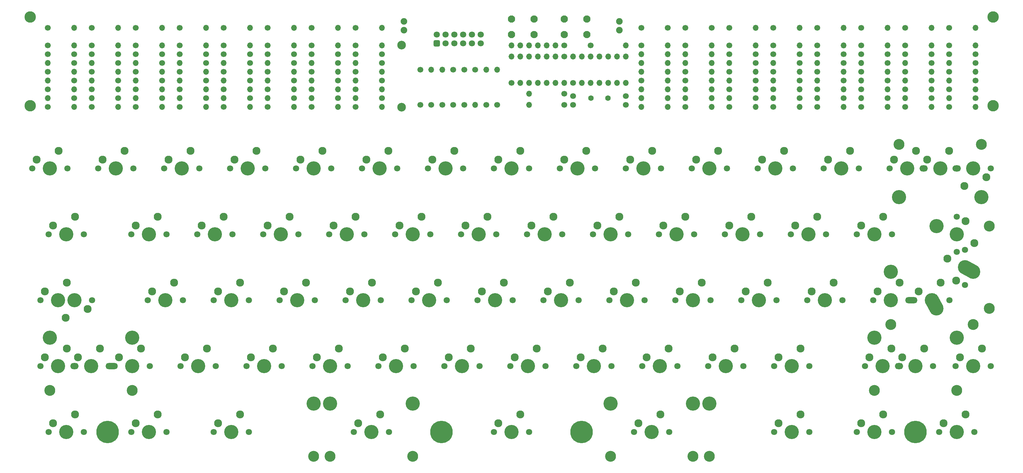
<source format=gbs>
G04 #@! TF.GenerationSoftware,KiCad,Pcbnew,6.0.0*
G04 #@! TF.CreationDate,2022-01-16T18:24:25+13:00*
G04 #@! TF.ProjectId,segment_60_PCB,7365676d-656e-4745-9f36-305f5043422e,1.0.0*
G04 #@! TF.SameCoordinates,Original*
G04 #@! TF.FileFunction,Soldermask,Bot*
G04 #@! TF.FilePolarity,Negative*
%FSLAX46Y46*%
G04 Gerber Fmt 4.6, Leading zero omitted, Abs format (unit mm)*
G04 Created by KiCad (PCBNEW 6.0.0) date 2022-01-16 18:24:25*
%MOMM*%
%LPD*%
G01*
G04 APERTURE LIST*
G04 Aperture macros list*
%AMRoundRect*
0 Rectangle with rounded corners*
0 $1 Rounding radius*
0 $2 $3 $4 $5 $6 $7 $8 $9 X,Y pos of 4 corners*
0 Add a 4 corners polygon primitive as box body*
4,1,4,$2,$3,$4,$5,$6,$7,$8,$9,$2,$3,0*
0 Add four circle primitives for the rounded corners*
1,1,$1+$1,$2,$3*
1,1,$1+$1,$4,$5*
1,1,$1+$1,$6,$7*
1,1,$1+$1,$8,$9*
0 Add four rect primitives between the rounded corners*
20,1,$1+$1,$2,$3,$4,$5,0*
20,1,$1+$1,$4,$5,$6,$7,0*
20,1,$1+$1,$6,$7,$8,$9,0*
20,1,$1+$1,$8,$9,$2,$3,0*%
%AMHorizOval*
0 Thick line with rounded ends*
0 $1 width*
0 $2 $3 position (X,Y) of the first rounded end (center of the circle)*
0 $4 $5 position (X,Y) of the second rounded end (center of the circle)*
0 Add line between two ends*
20,1,$1,$2,$3,$4,$5,0*
0 Add two circle primitives to create the rounded ends*
1,1,$1,$2,$3*
1,1,$1,$4,$5*%
G04 Aperture macros list end*
%ADD10C,1.800000*%
%ADD11C,4.100000*%
%ADD12C,2.300000*%
%ADD13C,3.150000*%
%ADD14O,3.546250X1.800000*%
%ADD15O,2.435000X1.800000*%
%ADD16O,3.540000X1.800000*%
%ADD17RoundRect,0.299900X0.600100X-0.600100X0.600100X0.600100X-0.600100X0.600100X-0.600100X-0.600100X0*%
%ADD18C,2.500000*%
%ADD19HorizOval,2.500000X0.000000X0.000000X0.000000X0.000000X0*%
%ADD20C,1.700000*%
%ADD21O,1.700000X1.700000*%
%ADD22HorizOval,1.700000X0.000000X0.000000X0.000000X0.000000X0*%
%ADD23HorizOval,1.700000X0.000000X0.000000X0.000000X0.000000X0*%
%ADD24HorizOval,1.700000X0.000000X0.000000X0.000000X0.000000X0*%
%ADD25HorizOval,1.700000X0.000000X0.000000X0.000000X0.000000X0*%
%ADD26C,2.100000*%
%ADD27C,1.600000*%
%ADD28C,1.900000*%
%ADD29C,3.300000*%
%ADD30C,6.500000*%
%ADD31HorizOval,4.100000X1.187675X-0.642174X-1.187675X0.642174X0*%
%ADD32HorizOval,4.100000X0.642174X-1.187675X-0.642174X1.187675X0*%
%ADD33C,3.149999*%
G04 APERTURE END LIST*
D10*
X357505000Y-193675000D03*
X347345000Y-193675000D03*
D11*
X352425000Y-193675000D03*
D12*
X348615000Y-191135000D03*
X354965000Y-188595000D03*
D10*
X109220000Y-155575000D03*
D11*
X114300000Y-155575000D03*
D10*
X119380000Y-155575000D03*
D12*
X110490000Y-153035000D03*
X116840000Y-150495000D03*
D11*
X352418750Y-166385000D03*
D13*
X352418750Y-181625000D03*
D10*
X345598750Y-174625000D03*
D14*
X334565625Y-174625000D03*
D10*
X323532500Y-174625000D03*
D13*
X328618750Y-181625000D03*
D11*
X328612500Y-174625000D03*
X328618750Y-166385000D03*
X340518750Y-174625000D03*
D12*
X336708750Y-172085000D03*
X324802500Y-172085000D03*
X343058750Y-169545000D03*
X331152500Y-169545000D03*
D10*
X219392500Y-174625000D03*
D11*
X214312500Y-174625000D03*
D10*
X209232500Y-174625000D03*
D12*
X210502500Y-172085000D03*
X216852500Y-169545000D03*
D10*
X266382500Y-174625000D03*
D11*
X271462500Y-174625000D03*
D10*
X276542500Y-174625000D03*
D12*
X267652500Y-172085000D03*
X274002500Y-169545000D03*
D10*
X214630000Y-155575000D03*
D11*
X209550000Y-155575000D03*
D10*
X204470000Y-155575000D03*
D12*
X205740000Y-153035000D03*
X212090000Y-150495000D03*
D10*
X147955000Y-136525000D03*
X137795000Y-136525000D03*
D11*
X142875000Y-136525000D03*
D12*
X139065000Y-133985000D03*
X145415000Y-131445000D03*
D11*
X109537500Y-193675000D03*
D10*
X104457500Y-193675000D03*
X114617500Y-193675000D03*
D12*
X105727500Y-191135000D03*
X112077500Y-188595000D03*
D13*
X247656250Y-219725000D03*
D10*
X264636250Y-212725000D03*
X254476250Y-212725000D03*
D11*
X247656250Y-204485000D03*
X271456250Y-204485000D03*
D13*
X271456250Y-219725000D03*
D11*
X259556250Y-212725000D03*
D12*
X255746250Y-210185000D03*
X262096250Y-207645000D03*
D10*
X280670000Y-155575000D03*
X290830000Y-155575000D03*
D11*
X285750000Y-155575000D03*
D12*
X281940000Y-153035000D03*
X288290000Y-150495000D03*
D10*
X128905000Y-136525000D03*
X118745000Y-136525000D03*
D11*
X123825000Y-136525000D03*
D12*
X120015000Y-133985000D03*
X126365000Y-131445000D03*
D11*
X176212500Y-174625000D03*
D10*
X181292500Y-174625000D03*
X171132500Y-174625000D03*
D12*
X172402500Y-172085000D03*
X178752500Y-169545000D03*
D11*
X185737500Y-193675000D03*
D10*
X180657500Y-193675000D03*
X190817500Y-193675000D03*
D12*
X181927500Y-191135000D03*
X188277500Y-188595000D03*
D10*
X342582500Y-212725000D03*
D11*
X347662500Y-212725000D03*
D10*
X352742500Y-212725000D03*
D12*
X343852500Y-210185000D03*
X350202500Y-207645000D03*
D11*
X166687500Y-193675000D03*
D10*
X161607500Y-193675000D03*
X171767500Y-193675000D03*
D12*
X162877500Y-191135000D03*
X169227500Y-188595000D03*
D10*
X340836250Y-193675000D03*
X321151250Y-193675000D03*
D11*
X323856250Y-185435000D03*
X347656250Y-185435000D03*
X335756250Y-193675000D03*
D15*
X330993750Y-193675000D03*
D13*
X323856250Y-200675000D03*
D11*
X326231250Y-193675000D03*
D13*
X347656250Y-200675000D03*
D12*
X322421250Y-191135000D03*
X331946250Y-191135000D03*
X328771250Y-188595000D03*
X338296250Y-188595000D03*
D11*
X114300000Y-212725000D03*
D10*
X119380000Y-212725000D03*
X109220000Y-212725000D03*
D12*
X110490000Y-210185000D03*
X116840000Y-207645000D03*
D10*
X305117500Y-193675000D03*
X294957500Y-193675000D03*
D11*
X300037500Y-193675000D03*
D12*
X296227500Y-191135000D03*
X302577500Y-188595000D03*
D10*
X328930000Y-212725000D03*
D11*
X323850000Y-212725000D03*
D10*
X318770000Y-212725000D03*
D12*
X320040000Y-210185000D03*
X326390000Y-207645000D03*
D10*
X143192500Y-212725000D03*
X133032500Y-212725000D03*
D11*
X138112500Y-212725000D03*
D12*
X134302500Y-210185000D03*
X140652500Y-207645000D03*
D11*
X90487500Y-155575000D03*
D10*
X85407500Y-155575000D03*
X95567500Y-155575000D03*
D12*
X86677500Y-153035000D03*
X93027500Y-150495000D03*
D10*
X295592500Y-174625000D03*
X285432500Y-174625000D03*
D11*
X290512500Y-174625000D03*
D12*
X286702500Y-172085000D03*
X293052500Y-169545000D03*
D10*
X247967500Y-193675000D03*
D11*
X242887500Y-193675000D03*
D10*
X237807500Y-193675000D03*
D12*
X239077500Y-191135000D03*
X245427500Y-188595000D03*
D10*
X271145000Y-136525000D03*
X281305000Y-136525000D03*
D11*
X276225000Y-136525000D03*
D12*
X272415000Y-133985000D03*
X278765000Y-131445000D03*
D10*
X213995000Y-136525000D03*
D11*
X219075000Y-136525000D03*
D10*
X224155000Y-136525000D03*
D12*
X215265000Y-133985000D03*
X221615000Y-131445000D03*
D10*
X233680000Y-155575000D03*
D11*
X228600000Y-155575000D03*
D10*
X223520000Y-155575000D03*
D12*
X224790000Y-153035000D03*
X231140000Y-150495000D03*
D10*
X275907500Y-193675000D03*
X286067500Y-193675000D03*
D11*
X280987500Y-193675000D03*
D12*
X277177500Y-191135000D03*
X283527500Y-188595000D03*
D10*
X318770000Y-155575000D03*
X328930000Y-155575000D03*
D11*
X323850000Y-155575000D03*
D12*
X320040000Y-153035000D03*
X326390000Y-150495000D03*
D11*
X300037500Y-212725000D03*
D10*
X305117500Y-212725000D03*
X294957500Y-212725000D03*
D12*
X296227500Y-210185000D03*
X302577500Y-207645000D03*
D10*
X113982500Y-174625000D03*
D11*
X119062500Y-174625000D03*
D10*
X124142500Y-174625000D03*
D12*
X115252500Y-172085000D03*
X121602500Y-169545000D03*
D10*
X152082500Y-174625000D03*
X162242500Y-174625000D03*
D11*
X157162500Y-174625000D03*
D12*
X153352500Y-172085000D03*
X159702500Y-169545000D03*
D10*
X167005000Y-136525000D03*
X156845000Y-136525000D03*
D11*
X161925000Y-136525000D03*
D12*
X158115000Y-133985000D03*
X164465000Y-131445000D03*
D10*
X304482500Y-174625000D03*
D11*
X309562500Y-174625000D03*
D10*
X314642500Y-174625000D03*
D12*
X305752500Y-172085000D03*
X312102500Y-169545000D03*
D11*
X257175000Y-136525000D03*
D10*
X252095000Y-136525000D03*
X262255000Y-136525000D03*
D12*
X253365000Y-133985000D03*
X259715000Y-131445000D03*
D11*
X171450000Y-155575000D03*
D10*
X176530000Y-155575000D03*
X166370000Y-155575000D03*
D12*
X167640000Y-153035000D03*
X173990000Y-150495000D03*
D10*
X209867500Y-193675000D03*
D11*
X204787500Y-193675000D03*
D10*
X199707500Y-193675000D03*
D12*
X200977500Y-191135000D03*
X207327500Y-188595000D03*
D10*
X267017500Y-193675000D03*
D11*
X261937500Y-193675000D03*
D10*
X256857500Y-193675000D03*
D12*
X258127500Y-191135000D03*
X264477500Y-188595000D03*
D11*
X104775000Y-136525000D03*
D10*
X109855000Y-136525000D03*
X99695000Y-136525000D03*
D12*
X100965000Y-133985000D03*
X107315000Y-131445000D03*
D11*
X138112500Y-174625000D03*
D10*
X133032500Y-174625000D03*
X143192500Y-174625000D03*
D12*
X134302500Y-172085000D03*
X140652500Y-169545000D03*
D10*
X257492500Y-174625000D03*
D11*
X252412500Y-174625000D03*
D10*
X247332500Y-174625000D03*
D12*
X248602500Y-172085000D03*
X254952500Y-169545000D03*
D11*
X128587500Y-193675000D03*
D10*
X123507500Y-193675000D03*
X133667500Y-193675000D03*
D12*
X124777500Y-191135000D03*
X131127500Y-188595000D03*
D10*
X252730000Y-155575000D03*
X242570000Y-155575000D03*
D11*
X247650000Y-155575000D03*
D12*
X243840000Y-153035000D03*
X250190000Y-150495000D03*
D10*
X261620000Y-155575000D03*
X271780000Y-155575000D03*
D11*
X266700000Y-155575000D03*
D12*
X262890000Y-153035000D03*
X269240000Y-150495000D03*
D11*
X152400000Y-155575000D03*
D10*
X147320000Y-155575000D03*
X157480000Y-155575000D03*
D12*
X148590000Y-153035000D03*
X154940000Y-150495000D03*
D10*
X195580000Y-155575000D03*
X185420000Y-155575000D03*
D11*
X190500000Y-155575000D03*
D12*
X186690000Y-153035000D03*
X193040000Y-150495000D03*
D10*
X138430000Y-155575000D03*
D11*
X133350000Y-155575000D03*
D10*
X128270000Y-155575000D03*
D12*
X129540000Y-153035000D03*
X135890000Y-150495000D03*
D11*
X180975000Y-136525000D03*
D10*
X175895000Y-136525000D03*
X186055000Y-136525000D03*
D12*
X177165000Y-133985000D03*
X183515000Y-131445000D03*
D10*
X194945000Y-136525000D03*
X205105000Y-136525000D03*
D11*
X200025000Y-136525000D03*
D12*
X196215000Y-133985000D03*
X202565000Y-131445000D03*
D11*
X109531250Y-185435000D03*
D16*
X103581250Y-193675000D03*
D10*
X83026250Y-193675000D03*
D11*
X97631250Y-193675000D03*
D13*
X109531250Y-200675000D03*
X85731250Y-200675000D03*
D15*
X92868750Y-193675000D03*
D11*
X88106250Y-193675000D03*
X85731250Y-185435000D03*
D12*
X93821250Y-191135000D03*
X84296250Y-191135000D03*
X100171250Y-188595000D03*
X90646250Y-188595000D03*
D11*
X195262500Y-174625000D03*
D10*
X200342500Y-174625000D03*
X190182500Y-174625000D03*
D12*
X191452500Y-172085000D03*
X197802500Y-169545000D03*
D11*
X223837500Y-193675000D03*
D10*
X218757500Y-193675000D03*
X228917500Y-193675000D03*
D12*
X220027500Y-191135000D03*
X226377500Y-188595000D03*
D11*
X238125000Y-136525000D03*
D10*
X233045000Y-136525000D03*
X243205000Y-136525000D03*
D12*
X234315000Y-133985000D03*
X240665000Y-131445000D03*
D10*
X228282500Y-174625000D03*
D11*
X233362500Y-174625000D03*
D10*
X238442500Y-174625000D03*
D12*
X229552500Y-172085000D03*
X235902500Y-169545000D03*
D11*
X147637500Y-193675000D03*
D10*
X152717500Y-193675000D03*
X142557500Y-193675000D03*
D12*
X143827500Y-191135000D03*
X150177500Y-188595000D03*
D11*
X178593750Y-212725000D03*
D10*
X183673750Y-212725000D03*
D11*
X190493750Y-204485000D03*
D13*
X190493750Y-219725000D03*
D10*
X173513750Y-212725000D03*
D13*
X166693750Y-219725000D03*
D11*
X166693750Y-204485000D03*
D12*
X174783750Y-210185000D03*
X181133750Y-207645000D03*
D10*
X300355000Y-136525000D03*
D11*
X295275000Y-136525000D03*
D10*
X290195000Y-136525000D03*
D12*
X291465000Y-133985000D03*
X297815000Y-131445000D03*
D10*
X299720000Y-155575000D03*
D11*
X304800000Y-155575000D03*
D10*
X309880000Y-155575000D03*
D12*
X300990000Y-153035000D03*
X307340000Y-150495000D03*
D17*
X197485000Y-100330000D03*
D10*
X197485000Y-97790000D03*
X200025000Y-100330000D03*
X200025000Y-97790000D03*
X202565000Y-100330000D03*
X202565000Y-97790000D03*
X205105000Y-100330000D03*
X205105000Y-97790000D03*
X207645000Y-100330000D03*
X207645000Y-97790000D03*
X210185000Y-100330000D03*
X210185000Y-97790000D03*
D18*
X187325000Y-100840000D03*
D19*
X187325000Y-118840000D03*
D20*
X199072500Y-118110000D03*
D21*
X199072500Y-107950000D03*
D20*
X205422500Y-107950000D03*
D22*
X205422500Y-118110000D03*
D20*
X192722500Y-107950000D03*
D22*
X192722500Y-118110000D03*
D20*
X85090000Y-95885000D03*
D21*
X92710000Y-95885000D03*
D20*
X97790000Y-95885000D03*
D21*
X105410000Y-95885000D03*
D20*
X195897500Y-118110000D03*
D21*
X195897500Y-107950000D03*
D20*
X219075000Y-111760000D03*
D21*
X221615000Y-111760000D03*
X224155000Y-111760000D03*
X226695000Y-111760000D03*
X229235000Y-111760000D03*
X231775000Y-111760000D03*
X234315000Y-111760000D03*
D23*
X236855000Y-111760000D03*
D21*
X239395000Y-111760000D03*
X241935000Y-111760000D03*
X244475000Y-111760000D03*
X247015000Y-111760000D03*
X249555000Y-111760000D03*
X252095000Y-111760000D03*
X252095000Y-104140000D03*
X249555000Y-104140000D03*
X247015000Y-104140000D03*
X244475000Y-104140000D03*
X241935000Y-104140000D03*
X239395000Y-104140000D03*
X236855000Y-104140000D03*
D23*
X234315000Y-104140000D03*
D21*
X231775000Y-104140000D03*
X229235000Y-104140000D03*
X226695000Y-104140000D03*
X224155000Y-104140000D03*
X221615000Y-104140000D03*
X219075000Y-104140000D03*
D20*
X202247500Y-107950000D03*
D22*
X202247500Y-118110000D03*
D20*
X276860000Y-95885000D03*
D24*
X269240000Y-95885000D03*
D20*
X135890000Y-100965000D03*
D25*
X135890000Y-103505000D03*
D21*
X135890000Y-106045000D03*
D25*
X135890000Y-108585000D03*
D21*
X135890000Y-111125000D03*
D25*
X135890000Y-113665000D03*
D21*
X135890000Y-116205000D03*
D25*
X135890000Y-118745000D03*
D21*
X143510000Y-118745000D03*
D25*
X143510000Y-116205000D03*
D21*
X143510000Y-113665000D03*
D25*
X143510000Y-111125000D03*
D21*
X143510000Y-108585000D03*
D25*
X143510000Y-106045000D03*
X143510000Y-103505000D03*
D21*
X143510000Y-100965000D03*
D20*
X332740000Y-95885000D03*
D21*
X340360000Y-95885000D03*
D20*
X307340000Y-95885000D03*
D21*
X314960000Y-95885000D03*
D26*
X225575000Y-93290000D03*
X219075000Y-93290000D03*
X219075000Y-97790000D03*
X225575000Y-97790000D03*
D20*
X345440000Y-95885000D03*
D21*
X353060000Y-95885000D03*
D20*
X236855000Y-118110000D03*
X236855000Y-115610000D03*
X161290000Y-100965000D03*
D25*
X161290000Y-103505000D03*
D21*
X161290000Y-106045000D03*
D25*
X161290000Y-108585000D03*
D21*
X161290000Y-111125000D03*
D25*
X161290000Y-113665000D03*
D21*
X161290000Y-116205000D03*
D25*
X161290000Y-118745000D03*
D21*
X168910000Y-118745000D03*
D25*
X168910000Y-116205000D03*
D21*
X168910000Y-113665000D03*
D25*
X168910000Y-111125000D03*
D21*
X168910000Y-108585000D03*
D25*
X168910000Y-106045000D03*
X168910000Y-103505000D03*
D21*
X168910000Y-100965000D03*
D20*
X345440000Y-100965000D03*
D25*
X345440000Y-103505000D03*
D21*
X345440000Y-106045000D03*
D25*
X345440000Y-108585000D03*
D21*
X345440000Y-111125000D03*
D25*
X345440000Y-113665000D03*
D21*
X345440000Y-116205000D03*
D25*
X345440000Y-118745000D03*
D21*
X353060000Y-118745000D03*
D25*
X353060000Y-116205000D03*
D21*
X353060000Y-113665000D03*
D25*
X353060000Y-111125000D03*
D21*
X353060000Y-108585000D03*
D25*
X353060000Y-106045000D03*
X353060000Y-103505000D03*
D21*
X353060000Y-100965000D03*
D20*
X148590000Y-100965000D03*
D25*
X148590000Y-103505000D03*
D21*
X148590000Y-106045000D03*
D25*
X148590000Y-108585000D03*
D21*
X148590000Y-111125000D03*
D25*
X148590000Y-113665000D03*
D21*
X148590000Y-116205000D03*
D25*
X148590000Y-118745000D03*
D21*
X156210000Y-118745000D03*
D25*
X156210000Y-116205000D03*
D21*
X156210000Y-113665000D03*
D25*
X156210000Y-111125000D03*
D21*
X156210000Y-108585000D03*
D25*
X156210000Y-106045000D03*
X156210000Y-103505000D03*
D21*
X156210000Y-100965000D03*
D20*
X234315000Y-114935000D03*
D21*
X224155000Y-114935000D03*
D20*
X252095000Y-115610000D03*
X252095000Y-118110000D03*
X97790000Y-100965000D03*
D25*
X97790000Y-103505000D03*
D21*
X97790000Y-106045000D03*
D25*
X97790000Y-108585000D03*
D21*
X97790000Y-111125000D03*
D25*
X97790000Y-113665000D03*
D21*
X97790000Y-116205000D03*
D25*
X97790000Y-118745000D03*
D21*
X105410000Y-118745000D03*
D25*
X105410000Y-116205000D03*
D21*
X105410000Y-113665000D03*
D25*
X105410000Y-111125000D03*
D21*
X105410000Y-108585000D03*
D25*
X105410000Y-106045000D03*
X105410000Y-103505000D03*
D21*
X105410000Y-100965000D03*
D20*
X307340000Y-100965000D03*
D25*
X307340000Y-103505000D03*
D21*
X307340000Y-106045000D03*
D25*
X307340000Y-108585000D03*
D21*
X307340000Y-111125000D03*
D25*
X307340000Y-113665000D03*
D21*
X307340000Y-116205000D03*
D25*
X307340000Y-118745000D03*
D21*
X314960000Y-118745000D03*
D25*
X314960000Y-116205000D03*
D21*
X314960000Y-113665000D03*
D25*
X314960000Y-111125000D03*
D21*
X314960000Y-108585000D03*
D25*
X314960000Y-106045000D03*
X314960000Y-103505000D03*
D21*
X314960000Y-100965000D03*
D20*
X320040000Y-100965000D03*
D25*
X320040000Y-103505000D03*
D21*
X320040000Y-106045000D03*
D25*
X320040000Y-108585000D03*
D21*
X320040000Y-111125000D03*
D25*
X320040000Y-113665000D03*
D21*
X320040000Y-116205000D03*
D25*
X320040000Y-118745000D03*
D21*
X327660000Y-118745000D03*
D25*
X327660000Y-116205000D03*
D21*
X327660000Y-113665000D03*
D25*
X327660000Y-111125000D03*
D21*
X327660000Y-108585000D03*
D25*
X327660000Y-106045000D03*
X327660000Y-103505000D03*
D21*
X327660000Y-100965000D03*
D20*
X110490000Y-95885000D03*
D21*
X118110000Y-95885000D03*
D20*
X281940000Y-95885000D03*
D21*
X289560000Y-95885000D03*
D20*
X256540000Y-100965000D03*
D21*
X256540000Y-103505000D03*
X256540000Y-106045000D03*
X256540000Y-108585000D03*
D25*
X256540000Y-111125000D03*
D21*
X256540000Y-113665000D03*
X256540000Y-116205000D03*
X256540000Y-118745000D03*
X264160000Y-118745000D03*
X264160000Y-116205000D03*
X264160000Y-113665000D03*
X264160000Y-111125000D03*
X264160000Y-108585000D03*
X264160000Y-106045000D03*
X264160000Y-103505000D03*
X264160000Y-100965000D03*
D20*
X214947500Y-118110000D03*
D21*
X214947500Y-107950000D03*
D20*
X264160000Y-95885000D03*
D24*
X256540000Y-95885000D03*
D20*
X211772500Y-118110000D03*
D21*
X211772500Y-107950000D03*
D27*
X242024999Y-116205000D03*
X246904999Y-116205000D03*
D20*
X123190000Y-100965000D03*
D25*
X123190000Y-103505000D03*
D21*
X123190000Y-106045000D03*
D25*
X123190000Y-108585000D03*
D21*
X123190000Y-111125000D03*
D25*
X123190000Y-113665000D03*
D21*
X123190000Y-116205000D03*
D25*
X123190000Y-118745000D03*
D21*
X130810000Y-118745000D03*
D25*
X130810000Y-116205000D03*
D21*
X130810000Y-113665000D03*
D25*
X130810000Y-111125000D03*
D21*
X130810000Y-108585000D03*
D25*
X130810000Y-106045000D03*
X130810000Y-103505000D03*
D21*
X130810000Y-100965000D03*
D20*
X294640000Y-95885000D03*
D21*
X302260000Y-95885000D03*
D20*
X320040000Y-95885000D03*
D21*
X327660000Y-95885000D03*
D28*
X250190000Y-96520000D03*
X250190000Y-93980000D03*
D29*
X80010000Y-92710000D03*
X358140000Y-92710000D03*
X358140000Y-118364000D03*
D20*
X332740000Y-100965000D03*
D25*
X332740000Y-103505000D03*
D21*
X332740000Y-106045000D03*
D25*
X332740000Y-108585000D03*
D21*
X332740000Y-111125000D03*
D25*
X332740000Y-113665000D03*
D21*
X332740000Y-116205000D03*
D25*
X332740000Y-118745000D03*
D21*
X340360000Y-118745000D03*
D25*
X340360000Y-116205000D03*
D21*
X340360000Y-113665000D03*
D25*
X340360000Y-111125000D03*
D21*
X340360000Y-108585000D03*
D25*
X340360000Y-106045000D03*
X340360000Y-103505000D03*
D21*
X340360000Y-100965000D03*
D20*
X161290000Y-95885000D03*
D21*
X168910000Y-95885000D03*
D20*
X110490000Y-100965000D03*
D25*
X110490000Y-103505000D03*
D21*
X110490000Y-106045000D03*
D25*
X110490000Y-108585000D03*
D21*
X110490000Y-111125000D03*
D25*
X110490000Y-113665000D03*
D21*
X110490000Y-116205000D03*
D25*
X110490000Y-118745000D03*
D21*
X118110000Y-118745000D03*
D25*
X118110000Y-116205000D03*
D21*
X118110000Y-113665000D03*
D25*
X118110000Y-111125000D03*
D21*
X118110000Y-108585000D03*
D25*
X118110000Y-106045000D03*
X118110000Y-103505000D03*
D21*
X118110000Y-100965000D03*
D20*
X234315000Y-118110000D03*
D21*
X224155000Y-118110000D03*
D20*
X123190000Y-95885000D03*
D21*
X130810000Y-95885000D03*
D20*
X173990000Y-100965000D03*
D25*
X173990000Y-103505000D03*
D21*
X173990000Y-106045000D03*
D25*
X173990000Y-108585000D03*
D21*
X173990000Y-111125000D03*
D25*
X173990000Y-113665000D03*
D21*
X173990000Y-116205000D03*
D25*
X173990000Y-118745000D03*
D21*
X181610000Y-118745000D03*
D25*
X181610000Y-116205000D03*
D21*
X181610000Y-113665000D03*
D25*
X181610000Y-111125000D03*
D21*
X181610000Y-108585000D03*
D25*
X181610000Y-106045000D03*
X181610000Y-103505000D03*
D21*
X181610000Y-100965000D03*
D20*
X294640000Y-100965000D03*
D25*
X294640000Y-103505000D03*
D21*
X294640000Y-106045000D03*
D25*
X294640000Y-108585000D03*
D21*
X294640000Y-111125000D03*
D25*
X294640000Y-113665000D03*
D21*
X294640000Y-116205000D03*
D25*
X294640000Y-118745000D03*
D21*
X302260000Y-118745000D03*
D25*
X302260000Y-116205000D03*
D21*
X302260000Y-113665000D03*
D25*
X302260000Y-111125000D03*
D21*
X302260000Y-108585000D03*
D25*
X302260000Y-106045000D03*
X302260000Y-103505000D03*
D21*
X302260000Y-100965000D03*
D20*
X135890000Y-95885000D03*
D21*
X143510000Y-95885000D03*
D26*
X234315000Y-93290000D03*
X240815000Y-93290000D03*
X234315000Y-97790000D03*
X240815000Y-97790000D03*
D20*
X241935000Y-100965000D03*
D21*
X252095000Y-100965000D03*
D20*
X281940000Y-100965000D03*
D25*
X281940000Y-103505000D03*
D21*
X281940000Y-106045000D03*
D25*
X281940000Y-108585000D03*
D21*
X281940000Y-111125000D03*
D25*
X281940000Y-113665000D03*
D21*
X281940000Y-116205000D03*
D25*
X281940000Y-118745000D03*
D21*
X289560000Y-118745000D03*
D25*
X289560000Y-116205000D03*
D21*
X289560000Y-113665000D03*
D25*
X289560000Y-111125000D03*
D21*
X289560000Y-108585000D03*
D25*
X289560000Y-106045000D03*
X289560000Y-103505000D03*
D21*
X289560000Y-100965000D03*
D20*
X85090000Y-100965000D03*
D25*
X85090000Y-103505000D03*
D21*
X85090000Y-106045000D03*
D25*
X85090000Y-108585000D03*
D21*
X85090000Y-111125000D03*
D25*
X85090000Y-113665000D03*
D21*
X85090000Y-116205000D03*
D25*
X85090000Y-118745000D03*
D21*
X92710000Y-118745000D03*
D25*
X92710000Y-116205000D03*
D21*
X92710000Y-113665000D03*
D25*
X92710000Y-111125000D03*
D21*
X92710000Y-108585000D03*
D25*
X92710000Y-106045000D03*
X92710000Y-103505000D03*
D21*
X92710000Y-100965000D03*
D20*
X148590000Y-95885000D03*
D21*
X156210000Y-95885000D03*
D30*
X198834375Y-212725000D03*
X335756250Y-212725000D03*
D20*
X173990000Y-95885000D03*
D21*
X181610000Y-95885000D03*
D29*
X80010000Y-118364000D03*
D20*
X234315000Y-100965000D03*
D21*
X231775000Y-100965000D03*
X229235000Y-100965000D03*
X226695000Y-100965000D03*
X224155000Y-100965000D03*
X221615000Y-100965000D03*
X219075000Y-100965000D03*
D20*
X208597500Y-107950000D03*
D21*
X208597500Y-118110000D03*
D20*
X269240000Y-100965000D03*
D21*
X269240000Y-103505000D03*
X269240000Y-106045000D03*
D25*
X269240000Y-108585000D03*
X269240000Y-111125000D03*
D21*
X269240000Y-113665000D03*
X269240000Y-116205000D03*
D25*
X269240000Y-118745000D03*
D21*
X276860000Y-118745000D03*
X276860000Y-116205000D03*
X276860000Y-113665000D03*
X276860000Y-111125000D03*
X276860000Y-108585000D03*
X276860000Y-106045000D03*
X276860000Y-103505000D03*
X276860000Y-100965000D03*
D28*
X187960000Y-96520000D03*
X187960000Y-93980000D03*
D11*
X85725000Y-136525000D03*
D10*
X90805000Y-136525000D03*
X80645000Y-136525000D03*
D12*
X81915000Y-133985000D03*
X88265000Y-131445000D03*
D10*
X309245000Y-136525000D03*
X319405000Y-136525000D03*
D11*
X314325000Y-136525000D03*
D12*
X310515000Y-133985000D03*
X316865000Y-131445000D03*
D30*
X102393750Y-212725000D03*
D11*
X352425000Y-136525000D03*
D10*
X357505000Y-136525000D03*
X347345000Y-136525000D03*
D12*
X356235000Y-139065000D03*
X349885000Y-141605000D03*
X90646250Y-169545000D03*
X96678750Y-177165000D03*
X84296250Y-172085000D03*
X90328750Y-179705000D03*
D10*
X83026250Y-174625000D03*
X97948750Y-174625000D03*
D11*
X88106250Y-174625000D03*
D10*
X87788750Y-174625000D03*
X93186250Y-174625000D03*
D11*
X92868750Y-174625000D03*
D13*
X357043750Y-153200000D03*
D11*
X347662500Y-155575000D03*
D31*
X351231250Y-165742500D03*
D32*
X341161250Y-175812500D03*
D10*
X347662500Y-150495000D03*
X350043750Y-170180000D03*
X347662500Y-160655000D03*
D11*
X341803750Y-153200000D03*
D10*
X350043750Y-160020000D03*
D13*
X357043750Y-177000000D03*
D12*
X347503750Y-168910000D03*
X352742500Y-158115000D03*
X344963750Y-162560000D03*
X350202500Y-151765000D03*
D11*
X276225000Y-204485000D03*
X161925000Y-204485000D03*
D10*
X213995000Y-212725000D03*
D11*
X219075000Y-212725000D03*
D33*
X276225000Y-219725000D03*
X161925000Y-219725000D03*
D10*
X224155000Y-212725000D03*
D12*
X215265000Y-210185000D03*
X221615000Y-207645000D03*
D30*
X239315625Y-212725000D03*
D10*
X95567500Y-212725000D03*
X85407500Y-212725000D03*
D11*
X90487500Y-212725000D03*
D12*
X86677500Y-210185000D03*
X93027500Y-207645000D03*
D11*
X331000000Y-144765000D03*
D13*
X354800000Y-129525000D03*
X331000000Y-129525000D03*
D11*
X354800000Y-144765000D03*
X333375000Y-136525000D03*
D15*
X347662500Y-136525000D03*
D11*
X342900000Y-136525000D03*
D10*
X328295000Y-136525000D03*
D15*
X338137500Y-136525000D03*
D12*
X329565000Y-133985000D03*
X339090000Y-133985000D03*
X335915000Y-131445000D03*
X345440000Y-131445000D03*
M02*

</source>
